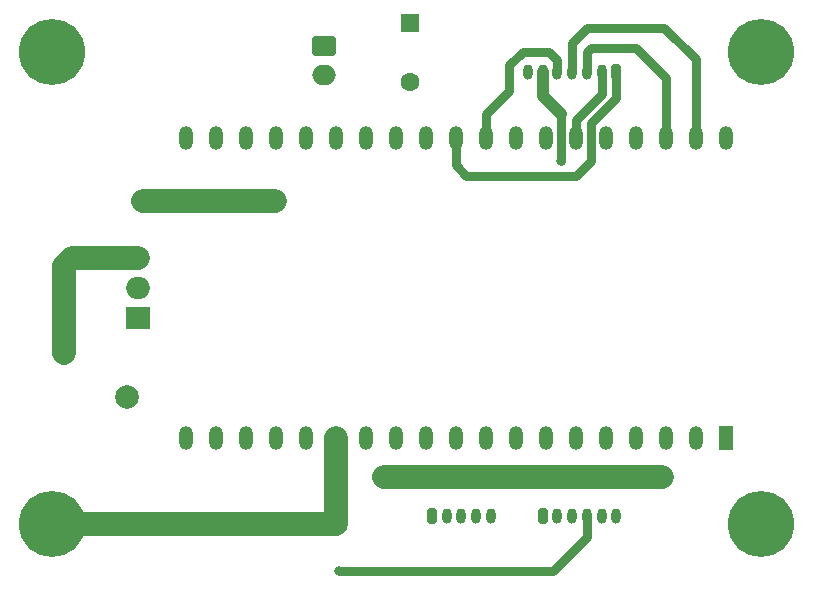
<source format=gbr>
%TF.GenerationSoftware,KiCad,Pcbnew,9.0.4*%
%TF.CreationDate,2025-12-07T20:14:19+01:00*%
%TF.ProjectId,bluebox,626c7565-626f-4782-9e6b-696361645f70,rev?*%
%TF.SameCoordinates,Original*%
%TF.FileFunction,Copper,L2,Bot*%
%TF.FilePolarity,Positive*%
%FSLAX46Y46*%
G04 Gerber Fmt 4.6, Leading zero omitted, Abs format (unit mm)*
G04 Created by KiCad (PCBNEW 9.0.4) date 2025-12-07 20:14:19*
%MOMM*%
%LPD*%
G01*
G04 APERTURE LIST*
G04 Aperture macros list*
%AMRoundRect*
0 Rectangle with rounded corners*
0 $1 Rounding radius*
0 $2 $3 $4 $5 $6 $7 $8 $9 X,Y pos of 4 corners*
0 Add a 4 corners polygon primitive as box body*
4,1,4,$2,$3,$4,$5,$6,$7,$8,$9,$2,$3,0*
0 Add four circle primitives for the rounded corners*
1,1,$1+$1,$2,$3*
1,1,$1+$1,$4,$5*
1,1,$1+$1,$6,$7*
1,1,$1+$1,$8,$9*
0 Add four rect primitives between the rounded corners*
20,1,$1+$1,$2,$3,$4,$5,0*
20,1,$1+$1,$4,$5,$6,$7,0*
20,1,$1+$1,$6,$7,$8,$9,0*
20,1,$1+$1,$8,$9,$2,$3,0*%
G04 Aperture macros list end*
%TA.AperFunction,ComponentPad*%
%ADD10C,5.600000*%
%TD*%
%TA.AperFunction,ComponentPad*%
%ADD11R,2.000000X1.905000*%
%TD*%
%TA.AperFunction,ComponentPad*%
%ADD12O,2.000000X1.905000*%
%TD*%
%TA.AperFunction,ComponentPad*%
%ADD13RoundRect,0.200000X-0.200000X-0.450000X0.200000X-0.450000X0.200000X0.450000X-0.200000X0.450000X0*%
%TD*%
%TA.AperFunction,ComponentPad*%
%ADD14O,0.800000X1.300000*%
%TD*%
%TA.AperFunction,ComponentPad*%
%ADD15RoundRect,0.250000X-0.550000X0.550000X-0.550000X-0.550000X0.550000X-0.550000X0.550000X0.550000X0*%
%TD*%
%TA.AperFunction,ComponentPad*%
%ADD16C,1.600000*%
%TD*%
%TA.AperFunction,ComponentPad*%
%ADD17C,2.000000*%
%TD*%
%TA.AperFunction,ComponentPad*%
%ADD18RoundRect,0.200000X0.200000X0.450000X-0.200000X0.450000X-0.200000X-0.450000X0.200000X-0.450000X0*%
%TD*%
%TA.AperFunction,ComponentPad*%
%ADD19RoundRect,0.250000X-0.750000X0.600000X-0.750000X-0.600000X0.750000X-0.600000X0.750000X0.600000X0*%
%TD*%
%TA.AperFunction,ComponentPad*%
%ADD20O,2.000000X1.700000*%
%TD*%
%TA.AperFunction,ComponentPad*%
%ADD21R,1.200000X2.000000*%
%TD*%
%TA.AperFunction,ComponentPad*%
%ADD22O,1.200000X2.000000*%
%TD*%
%TA.AperFunction,ViaPad*%
%ADD23C,1.200000*%
%TD*%
%TA.AperFunction,ViaPad*%
%ADD24C,0.800000*%
%TD*%
%TA.AperFunction,Conductor*%
%ADD25C,2.000000*%
%TD*%
%TA.AperFunction,Conductor*%
%ADD26C,0.800000*%
%TD*%
%TA.AperFunction,Conductor*%
%ADD27C,0.370000*%
%TD*%
%TA.AperFunction,Conductor*%
%ADD28C,1.000000*%
%TD*%
G04 APERTURE END LIST*
D10*
%TO.P,H102,1,1*%
%TO.N,unconnected-(H102-Pad1)*%
X135000000Y-80000000D03*
%TD*%
D11*
%TO.P,U201,1,IN*%
%TO.N,Net-(D203-K)*%
X142240000Y-102535000D03*
D12*
%TO.P,U201,2,GND*%
%TO.N,Net-(D202-A)*%
X142240000Y-99995000D03*
%TO.P,U201,3,OUT*%
%TO.N,Net-(D201-A)*%
X142240000Y-97455000D03*
%TD*%
D13*
%TO.P,J303,1,Pin_1*%
%TO.N,GND*%
X176500000Y-119300000D03*
D14*
%TO.P,J303,2,Pin_2*%
%TO.N,Net-(J303-Pin_2)*%
X177750000Y-119300000D03*
%TO.P,J303,3,Pin_3*%
%TO.N,Net-(J303-Pin_3)*%
X179000000Y-119300000D03*
%TO.P,J303,4,Pin_4*%
%TO.N,Net-(J303-Pin_4)*%
X180250000Y-119300000D03*
%TO.P,J303,5,Pin_5*%
%TO.N,Net-(J303-Pin_5)*%
X181500000Y-119300000D03*
%TO.P,J303,6,Pin_6*%
%TO.N,Net-(J301-Pin_6)*%
X182750000Y-119300000D03*
%TD*%
D15*
%TO.P,C302,1*%
%TO.N,Net-(J301-Pin_6)*%
X165250000Y-77597349D03*
D16*
%TO.P,C302,2*%
%TO.N,GND*%
X165250000Y-82597349D03*
%TD*%
D13*
%TO.P,J302,1,Pin_1*%
%TO.N,Net-(J301-Pin_6)*%
X167125000Y-119300000D03*
D14*
%TO.P,J302,2,Pin_2*%
%TO.N,Net-(J302-Pin_2)*%
X168375000Y-119300000D03*
%TO.P,J302,3,Pin_3*%
%TO.N,Net-(J302-Pin_3)*%
X169625000Y-119300000D03*
%TO.P,J302,4,Pin_4*%
%TO.N,Net-(J302-Pin_4)*%
X170875000Y-119300000D03*
%TO.P,J302,5,Pin_5*%
%TO.N,GND*%
X172125000Y-119300000D03*
%TD*%
D17*
%TO.P,TP202,1,1*%
%TO.N,/MPU/MCU5V*%
X141350000Y-109250000D03*
%TD*%
D18*
%TO.P,J301,1,Pin_1*%
%TO.N,Net-(J301-Pin_1)*%
X182750000Y-81700000D03*
D14*
%TO.P,J301,2,Pin_2*%
%TO.N,Net-(J301-Pin_2)*%
X181500000Y-81700000D03*
%TO.P,J301,3,Pin_3*%
%TO.N,Net-(J301-Pin_3)*%
X180250000Y-81700000D03*
%TO.P,J301,4,Pin_4*%
%TO.N,Net-(J301-Pin_4)*%
X179000000Y-81700000D03*
%TO.P,J301,5,Pin_5*%
%TO.N,Net-(J301-Pin_5)*%
X177750000Y-81700000D03*
%TO.P,J301,6,Pin_6*%
%TO.N,Net-(J301-Pin_6)*%
X176500000Y-81700000D03*
%TO.P,J301,7,Pin_7*%
%TO.N,GND*%
X175250000Y-81700000D03*
%TD*%
D10*
%TO.P,H103,1,1*%
%TO.N,unconnected-(H103-Pad1)*%
X195000000Y-120000000D03*
%TD*%
%TO.P,H101,1,1*%
%TO.N,GND*%
X135000000Y-120000000D03*
%TD*%
%TO.P,H104,1,1*%
%TO.N,unconnected-(H104-Pad1)*%
X195000000Y-80000000D03*
%TD*%
D17*
%TO.P,TP201,1,1*%
%TO.N,GND*%
X159000000Y-120000000D03*
%TD*%
D19*
%TO.P,J201,1,Pin_1*%
%TO.N,Net-(D203-A)*%
X158000000Y-79500000D03*
D20*
%TO.P,J201,2,Pin_2*%
%TO.N,GND*%
X158000000Y-82000000D03*
%TD*%
D21*
%TO.P,U301,1,3V3*%
%TO.N,Net-(J301-Pin_6)*%
X192000000Y-112700000D03*
D22*
%TO.P,U301,2,CHIP_PU*%
%TO.N,unconnected-(U301-CHIP_PU-Pad2)*%
X189460000Y-112700000D03*
%TO.P,U301,3,SENSOR_VP/GPIO36/ADC1_CH0*%
%TO.N,unconnected-(U301-SENSOR_VP{slash}GPIO36{slash}ADC1_CH0-Pad3)*%
X186920000Y-112700000D03*
%TO.P,U301,4,SENSOR_VN/GPIO39/ADC1_CH3*%
%TO.N,unconnected-(U301-SENSOR_VN{slash}GPIO39{slash}ADC1_CH3-Pad4)*%
X184380000Y-112700000D03*
%TO.P,U301,5,VDET_1/GPIO34/ADC1_CH6*%
%TO.N,unconnected-(U301-VDET_1{slash}GPIO34{slash}ADC1_CH6-Pad5)*%
X181840000Y-112700000D03*
%TO.P,U301,6,VDET_2/GPIO35/ADC1_CH7*%
%TO.N,unconnected-(U301-VDET_2{slash}GPIO35{slash}ADC1_CH7-Pad6)*%
X179300000Y-112700000D03*
%TO.P,U301,7,32K_XP/GPIO32/ADC1_CH4*%
%TO.N,Net-(U301-32K_XP{slash}GPIO32{slash}ADC1_CH4)*%
X176760000Y-112700000D03*
%TO.P,U301,8,32K_XN/GPIO33/ADC1_CH5*%
%TO.N,Net-(U301-32K_XN{slash}GPIO33{slash}ADC1_CH5)*%
X174220000Y-112700000D03*
%TO.P,U301,9,DAC_1/ADC2_CH8/GPIO25*%
%TO.N,Net-(J302-Pin_4)*%
X171680000Y-112700000D03*
%TO.P,U301,10,DAC_2/ADC2_CH9/GPIO26*%
%TO.N,Net-(J302-Pin_3)*%
X169140000Y-112700000D03*
%TO.P,U301,11,ADC2_CH7/GPIO27*%
%TO.N,Net-(J302-Pin_2)*%
X166600000Y-112700000D03*
%TO.P,U301,12,MTMS/GPIO14/ADC2_CH6*%
%TO.N,Net-(J303-Pin_5)*%
X164060000Y-112700000D03*
%TO.P,U301,13,MTDI/GPIO12/ADC2_CH5*%
%TO.N,unconnected-(U301-MTDI{slash}GPIO12{slash}ADC2_CH5-Pad13)*%
X161520000Y-112700000D03*
%TO.P,U301,14,GND*%
%TO.N,GND*%
X158980000Y-112700000D03*
%TO.P,U301,15,MTCK/GPIO13/ADC2_CH4*%
%TO.N,Net-(U301-MTCK{slash}GPIO13{slash}ADC2_CH4)*%
X156440000Y-112700000D03*
%TO.P,U301,16,SD_DATA2/GPIO9*%
%TO.N,unconnected-(U301-SD_DATA2{slash}GPIO9-Pad16)*%
X153900000Y-112700000D03*
%TO.P,U301,17,SD_DATA3/GPIO10*%
%TO.N,unconnected-(U301-SD_DATA3{slash}GPIO10-Pad17)*%
X151360000Y-112700000D03*
%TO.P,U301,18,CMD*%
%TO.N,unconnected-(U301-CMD-Pad18)*%
X148820000Y-112700000D03*
%TO.P,U301,19,5V*%
%TO.N,/MPU/MCU5V*%
X146280000Y-112700000D03*
%TO.P,U301,20,SD_CLK/GPIO6*%
%TO.N,unconnected-(U301-SD_CLK{slash}GPIO6-Pad20)*%
X146282720Y-87303680D03*
%TO.P,U301,21,SD_DATA0/GPIO7*%
%TO.N,unconnected-(U301-SD_DATA0{slash}GPIO7-Pad21)*%
X148822720Y-87303680D03*
%TO.P,U301,22,SD_DATA1/GPIO8*%
%TO.N,unconnected-(U301-SD_DATA1{slash}GPIO8-Pad22)*%
X151360000Y-87300000D03*
%TO.P,U301,23,MTDO/GPIO15/ADC2_CH3*%
%TO.N,unconnected-(U301-MTDO{slash}GPIO15{slash}ADC2_CH3-Pad23)*%
X153900000Y-87300000D03*
%TO.P,U301,24,ADC2_CH2/GPIO2*%
%TO.N,unconnected-(U301-ADC2_CH2{slash}GPIO2-Pad24)*%
X156440000Y-87300000D03*
%TO.P,U301,25,GPIO0/BOOT/ADC2_CH1*%
%TO.N,unconnected-(U301-GPIO0{slash}BOOT{slash}ADC2_CH1-Pad25)*%
X158980000Y-87300000D03*
%TO.P,U301,26,ADC2_CH0/GPIO4*%
%TO.N,unconnected-(U301-ADC2_CH0{slash}GPIO4-Pad26)*%
X161520000Y-87300000D03*
%TO.P,U301,27,GPIO16*%
%TO.N,unconnected-(U301-GPIO16-Pad27)*%
X164060000Y-87300000D03*
%TO.P,U301,28,GPIO17*%
%TO.N,unconnected-(U301-GPIO17-Pad28)*%
X166600000Y-87300000D03*
%TO.P,U301,29,GPIO5*%
%TO.N,Net-(J301-Pin_1)*%
X169140000Y-87300000D03*
%TO.P,U301,30,GPIO18*%
%TO.N,Net-(J301-Pin_5)*%
X171680000Y-87300000D03*
%TO.P,U301,31,GPIO19*%
%TO.N,unconnected-(U301-GPIO19-Pad31)*%
X174220000Y-87300000D03*
%TO.P,U301,32,GND*%
%TO.N,GND*%
X176760000Y-87300000D03*
%TO.P,U301,33,GPIO21*%
%TO.N,Net-(J301-Pin_2)*%
X179300000Y-87300000D03*
%TO.P,U301,34,U0RXD/GPIO3*%
%TO.N,unconnected-(U301-U0RXD{slash}GPIO3-Pad34)*%
X181840000Y-87300000D03*
%TO.P,U301,35,U0TXD/GPIO1*%
%TO.N,unconnected-(U301-U0TXD{slash}GPIO1-Pad35)*%
X184380000Y-87300000D03*
%TO.P,U301,36,GPIO22*%
%TO.N,Net-(J301-Pin_3)*%
X186920000Y-87300000D03*
%TO.P,U301,37,GPIO23*%
%TO.N,Net-(J301-Pin_4)*%
X189460000Y-87300000D03*
%TO.P,U301,38,GND*%
%TO.N,GND*%
X192000000Y-87300000D03*
%TD*%
D23*
%TO.N,GND*%
X142700000Y-92650000D03*
X153900000Y-92600000D03*
%TO.N,Net-(J301-Pin_6)*%
X186600000Y-116050000D03*
D24*
X178030000Y-89300000D03*
D23*
X163100000Y-116000000D03*
D24*
%TO.N,Net-(J303-Pin_4)*%
X159250000Y-124000000D03*
D23*
%TO.N,Net-(D201-A)*%
X135950000Y-105500000D03*
%TD*%
D25*
%TO.N,GND*%
X158980000Y-112700000D02*
X158980000Y-119980000D01*
D26*
X158980000Y-119980000D02*
X159000000Y-120000000D01*
D25*
X159000000Y-120000000D02*
X135000000Y-120000000D01*
X142700000Y-92650000D02*
X153850000Y-92650000D01*
D27*
%TO.N,Net-(J301-Pin_6)*%
X167000000Y-119175000D02*
X167125000Y-119300000D01*
D25*
X186600000Y-116000000D02*
X163100000Y-116000000D01*
D28*
X176500000Y-81700000D02*
X176500000Y-83750000D01*
X176500000Y-83750000D02*
X178030000Y-85250000D01*
D26*
X178030000Y-89300000D02*
X178030000Y-85250000D01*
%TO.N,Net-(J301-Pin_3)*%
X180600000Y-79700000D02*
X184400000Y-79700000D01*
X184400000Y-79700000D02*
X186920000Y-82220000D01*
X180250000Y-80050000D02*
X180600000Y-79700000D01*
X180250000Y-81700000D02*
X180250000Y-80050000D01*
X186920000Y-82220000D02*
X186920000Y-87300000D01*
%TO.N,Net-(J301-Pin_2)*%
X179300000Y-85801802D02*
X181500000Y-83601802D01*
X181500000Y-83601802D02*
X181500000Y-81700000D01*
X179300000Y-87300000D02*
X179300000Y-85801802D01*
%TO.N,Net-(J301-Pin_4)*%
X186800000Y-78000000D02*
X189460000Y-80660000D01*
X179000000Y-81700000D02*
X179000000Y-79300000D01*
X179000000Y-79300000D02*
X180300000Y-78000000D01*
X189460000Y-80660000D02*
X189460000Y-87300000D01*
X180300000Y-78000000D02*
X186800000Y-78000000D01*
%TO.N,Net-(J301-Pin_1)*%
X169140000Y-89640000D02*
X170000000Y-90500000D01*
X180570000Y-89305789D02*
X180570000Y-86083044D01*
X180570000Y-86083044D02*
X182750000Y-83903044D01*
X182750000Y-83903044D02*
X182750000Y-81700000D01*
D27*
X180556089Y-89305789D02*
X180570000Y-89305789D01*
D26*
X179361878Y-90500000D02*
X180556089Y-89305789D01*
X170000000Y-90500000D02*
X179361878Y-90500000D01*
X169140000Y-87300000D02*
X169140000Y-89640000D01*
%TO.N,Net-(J301-Pin_5)*%
X174800000Y-80000000D02*
X177000000Y-80000000D01*
X173650000Y-83350000D02*
X173650000Y-81150000D01*
X173650000Y-81150000D02*
X174800000Y-80000000D01*
X171680000Y-85320000D02*
X173650000Y-83350000D01*
X177750000Y-80750000D02*
X177750000Y-81700000D01*
X171680000Y-87300000D02*
X171680000Y-85320000D01*
X177000000Y-80000000D02*
X177750000Y-80750000D01*
D27*
%TO.N,Net-(J302-Pin_3)*%
X169000000Y-112840000D02*
X169140000Y-112700000D01*
D26*
%TO.N,Net-(J303-Pin_4)*%
X159250000Y-124000000D02*
X177350000Y-124000000D01*
X177350000Y-124000000D02*
X180250000Y-121100000D01*
X180250000Y-121100000D02*
X180250000Y-119300000D01*
D27*
%TO.N,Net-(J303-Pin_3)*%
X178900000Y-119200000D02*
X179000000Y-119300000D01*
D25*
%TO.N,Net-(D201-A)*%
X135950000Y-105500000D02*
X135950000Y-98120000D01*
D26*
X142355794Y-97570794D02*
X142240000Y-97455000D01*
D25*
X136615000Y-97455000D02*
X135950000Y-98120000D01*
X142240000Y-97455000D02*
X136615000Y-97455000D01*
%TD*%
M02*

</source>
